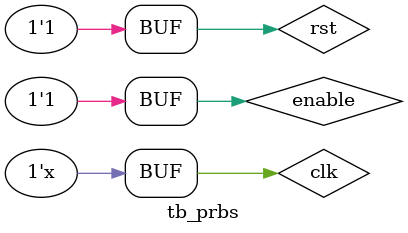
<source format=v>
`timescale 1ns/100ps

`define SEED 9'h1AA

module tb_prbs();

    reg rst;
    wire bit_out;
    reg clk;
    reg enable;

    initial begin
        rst = 0;
        clk = 0;
        enable = 1;
        #1 rst = 1;
        #1022 rst = 0;
        #100 rst = 1;
    end

    always #1 clk = ~clk;

    prbs
        #(
        .SEED (`SEED)
        )
    prbs_r(
        .clk (clk),
        .rst (rst),
        .enable (enable),
        .bit_out (bit_out)
        );
endmodule

    

</source>
